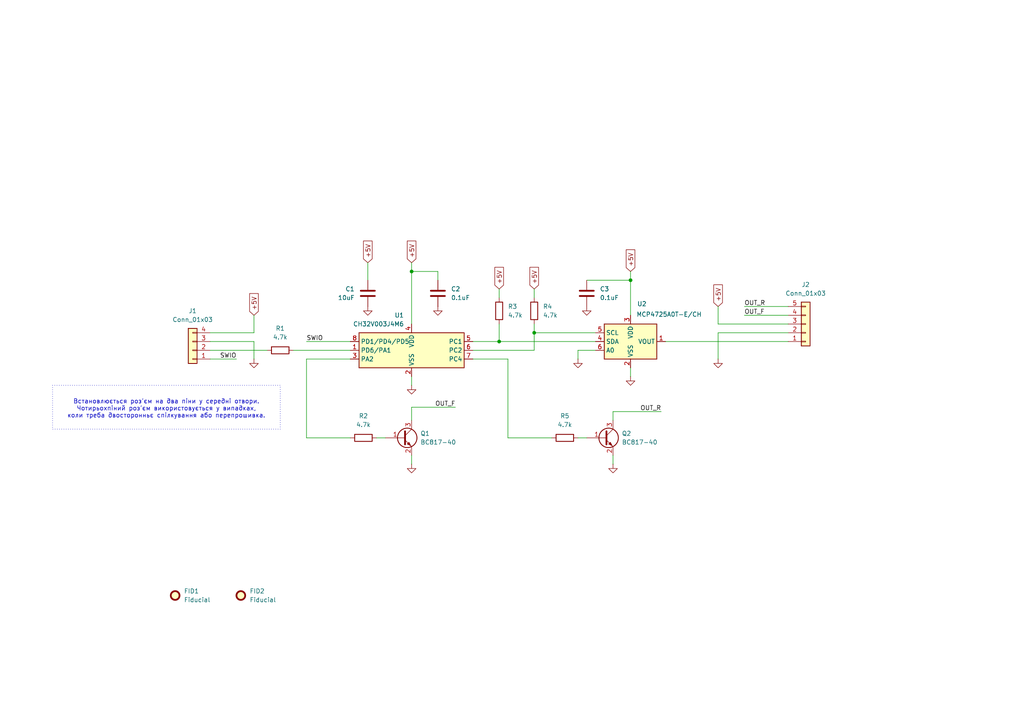
<source format=kicad_sch>
(kicad_sch (version 20231120) (generator "eeschema") (generator_version "8.0")
  (paper "A4")
  (lib_symbols
    (symbol "Analog_DAC:MCP4725xxx-xCH"
      (property "Reference" "U" (at -6.35 6.35 0))
      (property "Value" "MCP4725xxx-xCH" (at 8.89 6.35 0))
      (symbol "MCP4725xxx-xCH_0_1"
        (rectangle (start -7.62 5.08) (end 7.62 -5.08) (stroke (width 0.254)) (fill (type background)))
      )
      (symbol "MCP4725xxx-xCH_1_1"
        (pin output line (at 10.16 0 180) (length 2.54) (name "VOUT") (number "1"))
        (pin power_in line (at 0 -7.62 90) (length 2.54) (name "VSS") (number "2"))
        (pin power_in line (at 0 7.62 270) (length 2.54) (name "VDD") (number "3"))
        (pin bidirectional line (at -10.16 0 0) (length 2.54) (name "SDA") (number "4"))
        (pin input line (at -10.16 2.54 0) (length 2.54) (name "SCL") (number "5"))
        (pin input line (at -10.16 -2.54 0) (length 2.54) (name "A0") (number "6"))
      )
    )
    (symbol "Connector_Generic:Conn_01x04" (pin_names (offset 1.016) hide)
      (property "Reference" "J" (at 0 5.08 0))
      (property "Value" "Conn_01x04" (at 0 -7.62 0))
      (symbol "Conn_01x04_1_1"
        (rectangle (start -1.27 -4.953) (end 0 -5.207) (stroke (width 0.1524)))
        (rectangle (start -1.27 -2.413) (end 0 -2.667) (stroke (width 0.1524)))
        (rectangle (start -1.27 0.127) (end 0 -0.127) (stroke (width 0.1524)))
        (rectangle (start -1.27 2.667) (end 0 2.413) (stroke (width 0.1524)))
        (rectangle (start -1.27 3.81) (end 1.27 -6.35) (stroke (width 0.254)) (fill (type background)))
        (pin passive line (at -5.08 2.54 0) (length 3.81) (name "Pin_1") (number "1"))
        (pin passive line (at -5.08 0 0) (length 3.81) (name "Pin_2") (number "2"))
        (pin passive line (at -5.08 -2.54 0) (length 3.81) (name "Pin_3") (number "3"))
        (pin passive line (at -5.08 -5.08 0) (length 3.81) (name "Pin_4") (number "4"))
      )
    )
    (symbol "Connector_Generic:Conn_01x05" (pin_names (offset 1.016) hide)
      (property "Reference" "J" (at 0 7.62 0))
      (property "Value" "Conn_01x05" (at 0 -7.62 0))
      (symbol "Conn_01x05_1_1"
        (rectangle (start -1.27 -4.953) (end 0 -5.207) (stroke (width 0.1524)))
        (rectangle (start -1.27 -2.413) (end 0 -2.667) (stroke (width 0.1524)))
        (rectangle (start -1.27 0.127) (end 0 -0.127) (stroke (width 0.1524)))
        (rectangle (start -1.27 2.667) (end 0 2.413) (stroke (width 0.1524)))
        (rectangle (start -1.27 5.207) (end 0 4.953) (stroke (width 0.1524)))
        (rectangle (start -1.27 6.35) (end 1.27 -6.35) (stroke (width 0.254)) (fill (type background)))
        (pin passive line (at -5.08 5.08 0) (length 3.81) (name "Pin_1") (number "1"))
        (pin passive line (at -5.08 2.54 0) (length 3.81) (name "Pin_2") (number "2"))
        (pin passive line (at -5.08 0 0) (length 3.81) (name "Pin_3") (number "3"))
        (pin passive line (at -5.08 -2.54 0) (length 3.81) (name "Pin_4") (number "4"))
        (pin passive line (at -5.08 -5.08 0) (length 3.81) (name "Pin_5") (number "5"))
      )
    )
    (symbol "Device:C" (pin_numbers hide) (pin_names (offset 0.254))
      (property "Reference" "C" (at 0.635 2.54 0))
      (property "Value" "C" (at 0.635 -2.54 0))
      (symbol "C_0_1"
        (polyline (pts (xy -2.032 -0.762) (xy 2.032 -0.762)) (stroke (width 0.508)))
        (polyline (pts (xy -2.032 0.762) (xy 2.032 0.762)) (stroke (width 0.508)))
      )
      (symbol "C_1_1"
        (pin passive line (at 0 3.81 270) (length 2.794) (name "~") (number "1"))
        (pin passive line (at 0 -3.81 90) (length 2.794) (name "~") (number "2"))
      )
    )
    (symbol "Device:Q_NPN_BEC" (pin_names (offset 0) hide)
      (property "Reference" "Q" (at 5.08 1.27 0))
      (property "Value" "Q_NPN_BEC" (at 5.08 -1.27 0))
      (symbol "Q_NPN_BEC_0_1"
        (polyline (pts (xy 0.635 0.635) (xy 2.54 2.54)))
        (polyline (pts (xy 0.635 -0.635) (xy 2.54 -2.54) (xy 2.54 -2.54)))
        (polyline (pts (xy 0.635 1.905) (xy 0.635 -1.905) (xy 0.635 -1.905)) (stroke (width 0.508)))
        (polyline (pts (xy 1.27 -1.778) (xy 1.778 -1.27) (xy 2.286 -2.286) (xy 1.27 -1.778) (xy 1.27 -1.778)) (fill (type outline)))
        (circle (center 1.27 0) (radius 2.8194) (stroke (width 0.254)))
      )
      (symbol "Q_NPN_BEC_1_1"
        (pin input line (at -5.08 0 0) (length 5.715) (name "B") (number "1"))
        (pin passive line (at 2.54 -5.08 90) (length 2.54) (name "E") (number "2"))
        (pin passive line (at 2.54 5.08 270) (length 2.54) (name "C") (number "3"))
      )
    )
    (symbol "Device:R" (pin_numbers hide) (pin_names (offset 0))
      (property "Reference" "R" (at 2.032 0 90))
      (property "Value" "R" (at 0 0 90))
      (symbol "R_0_1"
        (rectangle (start -1.016 -2.54) (end 1.016 2.54) (stroke (width 0.254)))
      )
      (symbol "R_1_1"
        (pin passive line (at 0 3.81 270) (length 1.27) (name "~") (number "1"))
        (pin passive line (at 0 -3.81 90) (length 1.27) (name "~") (number "2"))
      )
    )
    (symbol "MCU_WCH_CH32V0:CH32V003JxMx"
      (property "Reference" "U" (at -15.24 7.62 0))
      (property "Value" "CH32V003JxMx" (at 15.24 7.62 0))
      (symbol "CH32V003JxMx_1_1"
        (rectangle (start -15.24 5.08) (end 15.24 -5.08) (stroke (width 0.254)) (fill (type background)))
        (pin bidirectional line (at 17.78 0 180) (length 2.54) (name "PD6/PA1") (number "1"))
        (pin power_in line (at 0 -7.62 90) (length 2.54) (name "VSS") (number "2"))
        (pin bidirectional line (at 17.78 -2.54 180) (length 2.54) (name "PA2") (number "3"))
        (pin power_in line (at 0 7.62 270) (length 2.54) (name "VDD") (number "4"))
        (pin bidirectional line (at -17.78 2.54 0) (length 2.54) (name "PC1") (number "5"))
        (pin bidirectional line (at -17.78 0 0) (length 2.54) (name "PC2") (number "6"))
        (pin bidirectional line (at -17.78 -2.54 0) (length 2.54) (name "PC4") (number "7"))
        (pin bidirectional line (at 17.78 2.54 180) (length 2.54) (name "PD1/PD4/PD5") (number "8"))
      )
    )
    (symbol "Mechanical:Fiducial" (exclude_from_sim yes) (in_bom no)
      (property "Reference" "FID" (at 0 5.08 0))
      (property "Value" "Fiducial" (at 0 3.175 0))
      (symbol "Fiducial_0_1"
        (circle (center 0 0) (radius 1.27) (stroke (width 0.508)) (fill (type background)))
      )
    )
    (symbol "power:GND" (power) (pin_numbers hide) (pin_names (offset 0) hide)
      (property "Value" "GND" (at 0 -3.81 0))
      (symbol "GND_0_1"
        (polyline (pts (xy 0 0) (xy 0 -1.27) (xy 1.27 -1.27) (xy 0 -2.54) (xy -1.27 -1.27) (xy 0 -1.27)))
      )
      (symbol "GND_1_1"
        (pin power_in line (at 0 0 270) (length 0) (name "~") (number "1"))
      )
    )
  )
  (junction (at 119.38 78.74))
  (junction (at 144.78 99.06))
  (junction (at 182.88 81.28))
  (junction (at 154.94 96.52))
  (wire (pts (xy 170.18 81.28) (xy 182.88 81.28)))
  (wire (pts (xy 147.32 104.14) (xy 147.32 127)))
  (wire (pts (xy 208.28 88.9) (xy 208.28 93.98)))
  (wire (pts (xy 127 78.74) (xy 119.38 78.74)))
  (wire (pts (xy 137.16 101.6) (xy 154.94 101.6)))
  (wire (pts (xy 73.66 91.44) (xy 73.66 96.52)))
  (wire (pts (xy 144.78 83.82) (xy 144.78 86.36)))
  (wire (pts (xy 119.38 121.92) (xy 119.38 118.11)))
  (wire (pts (xy 208.28 96.52) (xy 208.28 104.14)))
  (wire (pts (xy 193.04 99.06) (xy 228.6 99.06)))
  (wire (pts (xy 208.28 96.52) (xy 228.6 96.52)))
  (wire (pts (xy 154.94 101.6) (xy 154.94 96.52)))
  (wire (pts (xy 88.9 99.06) (xy 101.6 99.06)))
  (wire (pts (xy 119.38 76.2) (xy 119.38 78.74)))
  (wire (pts (xy 154.94 83.82) (xy 154.94 86.36)))
  (wire (pts (xy 177.8 119.38) (xy 191.77 119.38)))
  (wire (pts (xy 137.16 99.06) (xy 144.78 99.06)))
  (wire (pts (xy 182.88 78.74) (xy 182.88 81.28)))
  (wire (pts (xy 147.32 127) (xy 160.02 127)))
  (wire (pts (xy 73.66 96.52) (xy 60.96 96.52)))
  (wire (pts (xy 106.68 76.2) (xy 106.68 81.28)))
  (wire (pts (xy 119.38 78.74) (xy 119.38 93.98)))
  (wire (pts (xy 215.9 88.9) (xy 228.6 88.9)))
  (wire (pts (xy 144.78 93.98) (xy 144.78 99.06)))
  (wire (pts (xy 167.64 101.6) (xy 172.72 101.6)))
  (wire (pts (xy 88.9 104.14) (xy 101.6 104.14)))
  (wire (pts (xy 85.09 101.6) (xy 101.6 101.6)))
  (wire (pts (xy 154.94 96.52) (xy 172.72 96.52)))
  (wire (pts (xy 119.38 118.11) (xy 132.08 118.11)))
  (wire (pts (xy 215.9 91.44) (xy 228.6 91.44)))
  (wire (pts (xy 208.28 93.98) (xy 228.6 93.98)))
  (wire (pts (xy 119.38 132.08) (xy 119.38 134.62)))
  (wire (pts (xy 119.38 109.22) (xy 119.38 111.76)))
  (wire (pts (xy 109.22 127) (xy 111.76 127)))
  (wire (pts (xy 60.96 99.06) (xy 73.66 99.06)))
  (wire (pts (xy 182.88 81.28) (xy 182.88 91.44)))
  (wire (pts (xy 88.9 104.14) (xy 88.9 127)))
  (wire (pts (xy 167.64 127) (xy 170.18 127)))
  (wire (pts (xy 144.78 99.06) (xy 172.72 99.06)))
  (wire (pts (xy 177.8 132.08) (xy 177.8 134.62)))
  (wire (pts (xy 60.96 104.14) (xy 68.58 104.14)))
  (wire (pts (xy 127 81.28) (xy 127 78.74)))
  (wire (pts (xy 137.16 104.14) (xy 147.32 104.14)))
  (wire (pts (xy 154.94 93.98) (xy 154.94 96.52)))
  (wire (pts (xy 73.66 99.06) (xy 73.66 104.14)))
  (wire (pts (xy 167.64 101.6) (xy 167.64 104.14)))
  (wire (pts (xy 88.9 127) (xy 101.6 127)))
  (wire (pts (xy 182.88 106.68) (xy 182.88 109.22)))
  (wire (pts (xy 177.8 121.92) (xy 177.8 119.38)))
  (wire (pts (xy 60.96 101.6) (xy 77.47 101.6)))
  (rectangle (start 15.24 111.76) (end 81.28 124.46) (stroke (width 0) (type dot)))
  (text "Встановлюється роз'єм на два піни у середні отвори.\nЧотирьохпіний роз'єм використовується у випадках,\nколи треба двосторонньє спілкування або перепрошивка." (at 48.26 118.618 0) (effects (font (size 1.27 1.27))))
  (label "OUT_R" (at 215.9 88.9 0))
  (label "SWIO" (at 68.58 104.14 180))
  (label "OUT_F" (at 132.08 118.11 180))
  (label "OUT_R" (at 191.77 119.38 180))
  (label "OUT_F" (at 215.9 91.44 0))
  (label "SWIO" (at 88.9 99.06 0))
  (global_label "+5V" (shape input) (at 73.66 91.44 90) (property "Intersheetrefs" "${INTERSHEET_REFS}" (effects (hide yes))))
  (global_label "+5V" (shape input) (at 144.78 83.82 90) (property "Intersheetrefs" "${INTERSHEET_REFS}" (effects (hide yes))))
  (global_label "+5V" (shape input) (at 106.68 76.2 90) (property "Intersheetrefs" "${INTERSHEET_REFS}" (effects (hide yes))))
  (global_label "+5V" (shape input) (at 154.94 83.82 90) (property "Intersheetrefs" "${INTERSHEET_REFS}" (effects (hide yes))))
  (global_label "+5V" (shape input) (at 208.28 88.9 90) (property "Intersheetrefs" "${INTERSHEET_REFS}" (effects (hide yes))))
  (global_label "+5V" (shape input) (at 182.88 78.74 90) (property "Intersheetrefs" "${INTERSHEET_REFS}" (effects (hide yes))))
  (global_label "+5V" (shape input) (at 119.38 76.2 90) (property "Intersheetrefs" "${INTERSHEET_REFS}" (effects (hide yes))))
  (symbol (lib_id "power:GND") (at 167.64 104.14 0) (unit 1)
    (property "Reference" "#PWR06" (effects (hide yes)))
    (property "Value" "GND" (effects (hide yes)))
    (property "Description" "Power symbol creates a global label with name \"GND\" , ground" (effects (hide yes)))
  )
  (symbol (lib_id "Device:R") (at 81.28 101.6 90) (unit 1)
    (property "Reference" "R1" (at 81.28 95.25 90))
    (property "Value" "4.7k" (at 81.28 97.79 90))
    (property "Footprint" "Resistor_SMD:R_0603_1608Metric" (effects (hide yes)))
    (property "Description" "Resistor" (effects (hide yes)))
  )
  (symbol (lib_id "MCU_WCH_CH32V0:CH32V003JxMx") (at 119.38 101.6 0) (mirror y) (unit 1)
    (property "Reference" "U1" (at 117.1859 91.44 0) (effects (justify left)))
    (property "Value" "CH32V003J4M6" (at 117.1859 93.98 0) (effects (justify left)))
    (property "Footprint" "Package_SO:SOP-8_3.9x4.9mm_P1.27mm" (effects (hide yes)))
    (property "Datasheet" "https://www.wch-ic.com/products/CH32V003.html" (effects (hide yes)))
    (property "Description" "CH32V003 series are industrial-grade general-purpose microcontrollers designed based on 32-bit RISC-V instruction set and architecture. It adopts QingKe V2A core, RV32EC instruction set, and supports 2 levels of interrupt nesting. The series are mounted with rich peripheral interfaces and function modules. Its internal organizational structure meets the low-cost and low-power embedded application scenarios." (effects (hide yes)))
  )
  (symbol (lib_id "power:GND") (at 177.8 134.62 0) (unit 1)
    (property "Reference" "#PWR08" (effects (hide yes)))
    (property "Value" "GND" (effects (hide yes)))
    (property "Description" "Power symbol creates a global label with name \"GND\" , ground" (effects (hide yes)))
  )
  (symbol (lib_id "Connector_Generic:Conn_01x04") (at 55.88 101.6 180) (unit 1)
    (property "Reference" "J1" (at 55.88 90.17 0))
    (property "Value" "Conn_01x03" (at 55.88 92.71 0))
    (property "Footprint" "Connector_JST:JST_XH_S4B-XH-A-1_1x04_P2.50mm_Horizontal" (effects (hide yes)))
    (property "Description" "Generic connector, single row, 01x04, script generated (kicad-library-utils/schlib/autogen/connector/)" (effects (hide yes)))
  )
  (symbol (lib_id "Device:Q_NPN_BEC") (at 116.84 127 0) (unit 1)
    (property "Reference" "Q1" (at 121.92 125.7299 0) (effects (justify left)))
    (property "Value" "BC817-40" (at 121.92 128.2699 0) (effects (justify left)))
    (property "Footprint" "Package_TO_SOT_SMD:SOT-23" (effects (hide yes)))
    (property "Description" "NPN transistor, base/emitter/collector" (effects (hide yes)))
  )
  (symbol (lib_id "Device:R") (at 144.78 90.17 180) (unit 1)
    (property "Reference" "R3" (at 147.32 88.8999 0) (effects (justify right)))
    (property "Value" "4.7k" (at 147.32 91.4399 0) (effects (justify right)))
    (property "Footprint" "Resistor_SMD:R_0603_1608Metric" (effects (hide yes)))
    (property "Description" "Resistor" (effects (hide yes)))
  )
  (symbol (lib_id "Device:R") (at 105.41 127 90) (unit 1)
    (property "Reference" "R2" (at 105.41 120.65 90))
    (property "Value" "4.7k" (at 105.41 123.19 90))
    (property "Footprint" "Resistor_SMD:R_0603_1608Metric" (effects (hide yes)))
    (property "Description" "Resistor" (effects (hide yes)))
  )
  (symbol (lib_id "Device:R") (at 154.94 90.17 180) (unit 1)
    (property "Reference" "R4" (at 157.48 88.8999 0) (effects (justify right)))
    (property "Value" "4.7k" (at 157.48 91.4399 0) (effects (justify right)))
    (property "Footprint" "Resistor_SMD:R_0603_1608Metric" (effects (hide yes)))
    (property "Description" "Resistor" (effects (hide yes)))
  )
  (symbol (lib_id "Mechanical:Fiducial") (at 50.8 172.72 0) (unit 1) (exclude_from_sim yes) (in_bom no)
    (property "Reference" "FID1" (at 53.34 171.4499 0) (effects (justify left)))
    (property "Value" "Fiducial" (at 53.34 173.9899 0) (effects (justify left)))
    (property "Footprint" "Fiducial:Fiducial_1mm_Mask2mm" (effects (hide yes)))
    (property "Description" "Fiducial Marker" (effects (hide yes)))
  )
  (symbol (lib_id "Connector_Generic:Conn_01x05") (at 233.68 93.98 0) (mirror x) (unit 1)
    (property "Reference" "J2" (at 233.68 82.55 0))
    (property "Value" "Conn_01x03" (at 233.68 85.09 0))
    (property "Footprint" "Connector_JST:JST_XH_S5B-XH-A-1_1x05_P2.50mm_Horizontal" (effects (hide yes)))
    (property "Description" "Generic connector, single row, 01x05, script generated (kicad-library-utils/schlib/autogen/connector/)" (effects (hide yes)))
  )
  (symbol (lib_id "power:GND") (at 170.18 88.9 0) (unit 1)
    (property "Reference" "#PWR07" (effects (hide yes)))
    (property "Value" "GND" (effects (hide yes)))
    (property "Description" "Power symbol creates a global label with name \"GND\" , ground" (effects (hide yes)))
  )
  (symbol (lib_id "Device:C") (at 106.68 85.09 0) (mirror y) (unit 1)
    (property "Reference" "C1" (at 102.87 83.8199 0) (effects (justify left)))
    (property "Value" "10uF" (at 102.87 86.3599 0) (effects (justify left)))
    (property "Footprint" "Capacitor_SMD:C_0805_2012Metric" (effects (hide yes)))
    (property "Description" "Unpolarized capacitor" (effects (hide yes)))
  )
  (symbol (lib_id "power:GND") (at 127 88.9 0) (mirror y) (unit 1)
    (property "Reference" "#PWR05" (effects (hide yes)))
    (property "Value" "GND" (effects (hide yes)))
    (property "Description" "Power symbol creates a global label with name \"GND\" , ground" (effects (hide yes)))
  )
  (symbol (lib_id "power:GND") (at 182.88 109.22 0) (unit 1)
    (property "Reference" "#PWR09" (effects (hide yes)))
    (property "Value" "GND" (effects (hide yes)))
    (property "Description" "Power symbol creates a global label with name \"GND\" , ground" (effects (hide yes)))
  )
  (symbol (lib_id "power:GND") (at 119.38 111.76 0) (mirror y) (unit 1)
    (property "Reference" "#PWR03" (effects (hide yes)))
    (property "Value" "GND" (effects (hide yes)))
    (property "Description" "Power symbol creates a global label with name \"GND\" , ground" (effects (hide yes)))
  )
  (symbol (lib_id "Device:R") (at 163.83 127 90) (unit 1)
    (property "Reference" "R5" (at 163.83 120.65 90))
    (property "Value" "4.7k" (at 163.83 123.19 90))
    (property "Footprint" "Resistor_SMD:R_0603_1608Metric" (effects (hide yes)))
    (property "Description" "Resistor" (effects (hide yes)))
  )
  (symbol (lib_id "power:GND") (at 106.68 88.9 0) (unit 1)
    (property "Reference" "#PWR02" (effects (hide yes)))
    (property "Value" "GND" (effects (hide yes)))
    (property "Description" "Power symbol creates a global label with name \"GND\" , ground" (effects (hide yes)))
  )
  (symbol (lib_id "power:GND") (at 73.66 104.14 0) (mirror y) (unit 1)
    (property "Reference" "#PWR01" (effects (hide yes)))
    (property "Value" "GND" (effects (hide yes)))
    (property "Description" "Power symbol creates a global label with name \"GND\" , ground" (effects (hide yes)))
  )
  (symbol (lib_id "Device:C") (at 127 85.09 0) (unit 1)
    (property "Reference" "C2" (at 130.81 83.8199 0) (effects (justify left)))
    (property "Value" "0.1uF" (at 130.81 86.3599 0) (effects (justify left)))
    (property "Footprint" "Capacitor_SMD:C_0603_1608Metric" (effects (hide yes)))
    (property "Description" "Unpolarized capacitor" (effects (hide yes)))
  )
  (symbol (lib_id "power:GND") (at 119.38 134.62 0) (unit 1)
    (property "Reference" "#PWR04" (effects (hide yes)))
    (property "Value" "GND" (effects (hide yes)))
    (property "Description" "Power symbol creates a global label with name \"GND\" , ground" (effects (hide yes)))
  )
  (symbol (lib_id "Device:C") (at 170.18 85.09 0) (unit 1)
    (property "Reference" "C3" (at 173.99 83.8199 0) (effects (justify left)))
    (property "Value" "0.1uF" (at 173.99 86.3599 0) (effects (justify left)))
    (property "Footprint" "Capacitor_SMD:C_0603_1608Metric" (effects (hide yes)))
    (property "Description" "Unpolarized capacitor" (effects (hide yes)))
  )
  (symbol (lib_id "Mechanical:Fiducial") (at 69.85 172.72 0) (unit 1) (exclude_from_sim yes) (in_bom no)
    (property "Reference" "FID2" (at 72.39 171.4499 0) (effects (justify left)))
    (property "Value" "Fiducial" (at 72.39 173.9899 0) (effects (justify left)))
    (property "Footprint" "Fiducial:Fiducial_1mm_Mask2mm" (effects (hide yes)))
    (property "Description" "Fiducial Marker" (effects (hide yes)))
  )
  (symbol (lib_id "power:GND") (at 208.28 104.14 0) (unit 1)
    (property "Reference" "#PWR010" (effects (hide yes)))
    (property "Value" "GND" (effects (hide yes)))
    (property "Description" "Power symbol creates a global label with name \"GND\" , ground" (effects (hide yes)))
  )
  (symbol (lib_id "Analog_DAC:MCP4725xxx-xCH") (at 182.88 99.06 0) (unit 1)
    (property "Reference" "U2" (at 186.182 88.138 0))
    (property "Value" "MCP4725A0T-E/CH" (at 194.056 91.186 0))
    (property "Footprint" "Package_TO_SOT_SMD:SOT-23-6" (effects (hide yes)))
    (property "Datasheet" "http://ww1.microchip.com/downloads/en/DeviceDoc/22039d.pdf" (effects (hide yes)))
    (property "Description" "12-bit Digital-to-Analog Converter, integrated EEPROM, I2C interface, SOT-23-6" (effects (hide yes)))
  )
  (symbol (lib_id "Device:Q_NPN_BEC") (at 175.26 127 0) (unit 1)
    (property "Reference" "Q2" (at 180.34 125.7299 0) (effects (justify left)))
    (property "Value" "BC817-40" (at 180.34 128.2699 0) (effects (justify left)))
    (property "Footprint" "Package_TO_SOT_SMD:SOT-23" (effects (hide yes)))
    (property "Description" "NPN transistor, base/emitter/collector" (effects (hide yes)))
  )
)
</source>
